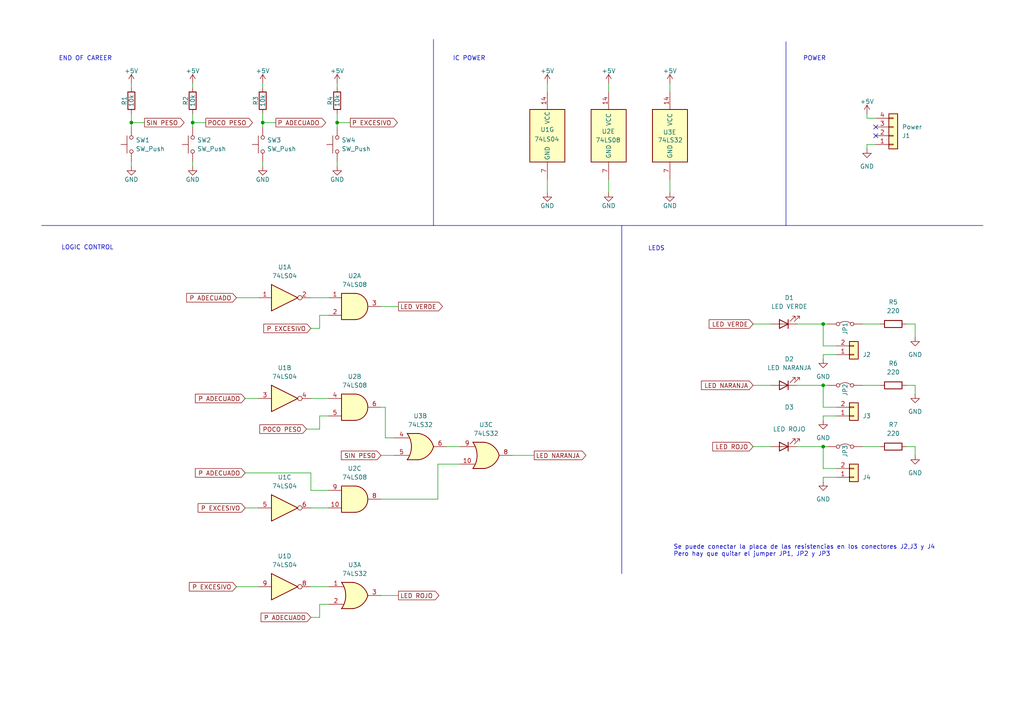
<source format=kicad_sch>
(kicad_sch (version 20231120) (generator "eeschema") (generator_version "8.0")
  (paper "A4")
  (title_block (title "Pisu Kontrol Erronka") (rev "A") (company "Don Bosco / I.Hernandez"))
  (lib_symbols
    (symbol "74xx:74LS04"
      (property "Reference" "U" (at 0 1.27 0))
      (property "Value" "74LS04" (at 0 -1.27 0))
      (symbol "74LS04_1_0"
        (polyline (pts (xy -3.81 3.81) (xy -3.81 -3.81) (xy 3.81 0) (xy -3.81 3.81)) (stroke (width 0.254)) (fill (type background)))
        (pin input line (at -7.62 0 0) (length 3.81) (name "~") (number "1"))
        (pin output inverted (at 7.62 0 180) (length 3.81) (name "~") (number "2"))
      )
      (symbol "74LS04_2_0"
        (polyline (pts (xy -3.81 3.81) (xy -3.81 -3.81) (xy 3.81 0) (xy -3.81 3.81)) (stroke (width 0.254)) (fill (type background)))
        (pin input line (at -7.62 0 0) (length 3.81) (name "~") (number "3"))
        (pin output inverted (at 7.62 0 180) (length 3.81) (name "~") (number "4"))
      )
      (symbol "74LS04_3_0"
        (polyline (pts (xy -3.81 3.81) (xy -3.81 -3.81) (xy 3.81 0) (xy -3.81 3.81)) (stroke (width 0.254)) (fill (type background)))
        (pin input line (at -7.62 0 0) (length 3.81) (name "~") (number "5"))
        (pin output inverted (at 7.62 0 180) (length 3.81) (name "~") (number "6"))
      )
      (symbol "74LS04_4_0"
        (polyline (pts (xy -3.81 3.81) (xy -3.81 -3.81) (xy 3.81 0) (xy -3.81 3.81)) (stroke (width 0.254)) (fill (type background)))
        (pin output inverted (at 7.62 0 180) (length 3.81) (name "~") (number "8"))
        (pin input line (at -7.62 0 0) (length 3.81) (name "~") (number "9"))
      )
      (symbol "74LS04_5_0"
        (polyline (pts (xy -3.81 3.81) (xy -3.81 -3.81) (xy 3.81 0) (xy -3.81 3.81)) (stroke (width 0.254)) (fill (type background)))
        (pin output inverted (at 7.62 0 180) (length 3.81) (name "~") (number "10"))
        (pin input line (at -7.62 0 0) (length 3.81) (name "~") (number "11"))
      )
      (symbol "74LS04_6_0"
        (polyline (pts (xy -3.81 3.81) (xy -3.81 -3.81) (xy 3.81 0) (xy -3.81 3.81)) (stroke (width 0.254)) (fill (type background)))
        (pin output inverted (at 7.62 0 180) (length 3.81) (name "~") (number "12"))
        (pin input line (at -7.62 0 0) (length 3.81) (name "~") (number "13"))
      )
      (symbol "74LS04_7_0"
        (pin power_in line (at 0 12.7 270) (length 5.08) (name "VCC") (number "14"))
        (pin power_in line (at 0 -12.7 90) (length 5.08) (name "GND") (number "7"))
      )
      (symbol "74LS04_7_1"
        (rectangle (start -5.08 7.62) (end 5.08 -7.62) (stroke (width 0.254)) (fill (type background)))
      )
    )
    (symbol "74xx:74LS08" (pin_names (offset 1.016))
      (property "Reference" "U" (at 0 1.27 0))
      (property "Value" "74LS08" (at 0 -1.27 0))
      (symbol "74LS08_1_1"
        (arc (start 0 -3.81) (mid 3.7934 0) (end 0 3.81) (stroke (width 0.254)) (fill (type background)))
        (polyline (pts (xy 0 3.81) (xy -3.81 3.81) (xy -3.81 -3.81) (xy 0 -3.81)) (stroke (width 0.254)) (fill (type background)))
        (pin input line (at -7.62 2.54 0) (length 3.81) (name "~") (number "1"))
        (pin input line (at -7.62 -2.54 0) (length 3.81) (name "~") (number "2"))
        (pin output line (at 7.62 0 180) (length 3.81) (name "~") (number "3"))
      )
      (symbol "74LS08_1_2"
        (arc (start -3.81 -3.81) (mid -2.589 0) (end -3.81 3.81) (stroke (width 0.254)))
        (arc (start -0.6096 -3.81) (mid 2.1842 -2.5851) (end 3.81 0) (stroke (width 0.254)) (fill (type background)))
        (polyline (pts (xy -3.81 -3.81) (xy -0.635 -3.81)) (stroke (width 0.254)) (fill (type background)))
        (polyline (pts (xy -3.81 3.81) (xy -0.635 3.81)) (stroke (width 0.254)) (fill (type background)))
        (polyline (pts (xy -0.635 3.81) (xy -3.81 3.81) (xy -3.81 3.81) (xy -3.556 3.4036) (xy -3.0226 2.2606) (xy -2.6924 1.0414) (xy -2.6162 -0.254) (xy -2.7686 -1.4986) (xy -3.175 -2.7178) (xy -3.81 -3.81) (xy -3.81 -3.81) (xy -0.635 -3.81)) (stroke (width -25.4)) (fill (type background)))
        (arc (start 3.81 0) (mid 2.1915 2.5936) (end -0.6096 3.81) (stroke (width 0.254)) (fill (type background)))
        (pin input inverted (at -7.62 2.54 0) (length 4.318) (name "~") (number "1"))
        (pin input inverted (at -7.62 -2.54 0) (length 4.318) (name "~") (number "2"))
        (pin output inverted (at 7.62 0 180) (length 3.81) (name "~") (number "3"))
      )
      (symbol "74LS08_2_1"
        (arc (start 0 -3.81) (mid 3.7934 0) (end 0 3.81) (stroke (width 0.254)) (fill (type background)))
        (polyline (pts (xy 0 3.81) (xy -3.81 3.81) (xy -3.81 -3.81) (xy 0 -3.81)) (stroke (width 0.254)) (fill (type background)))
        (pin input line (at -7.62 2.54 0) (length 3.81) (name "~") (number "4"))
        (pin input line (at -7.62 -2.54 0) (length 3.81) (name "~") (number "5"))
        (pin output line (at 7.62 0 180) (length 3.81) (name "~") (number "6"))
      )
      (symbol "74LS08_2_2"
        (arc (start -3.81 -3.81) (mid -2.589 0) (end -3.81 3.81) (stroke (width 0.254)))
        (arc (start -0.6096 -3.81) (mid 2.1842 -2.5851) (end 3.81 0) (stroke (width 0.254)) (fill (type background)))
        (polyline (pts (xy -3.81 -3.81) (xy -0.635 -3.81)) (stroke (width 0.254)) (fill (type background)))
        (polyline (pts (xy -3.81 3.81) (xy -0.635 3.81)) (stroke (width 0.254)) (fill (type background)))
        (polyline (pts (xy -0.635 3.81) (xy -3.81 3.81) (xy -3.81 3.81) (xy -3.556 3.4036) (xy -3.0226 2.2606) (xy -2.6924 1.0414) (xy -2.6162 -0.254) (xy -2.7686 -1.4986) (xy -3.175 -2.7178) (xy -3.81 -3.81) (xy -3.81 -3.81) (xy -0.635 -3.81)) (stroke (width -25.4)) (fill (type background)))
        (arc (start 3.81 0) (mid 2.1915 2.5936) (end -0.6096 3.81) (stroke (width 0.254)) (fill (type background)))
        (pin input inverted (at -7.62 2.54 0) (length 4.318) (name "~") (number "4"))
        (pin input inverted (at -7.62 -2.54 0) (length 4.318) (name "~") (number "5"))
        (pin output inverted (at 7.62 0 180) (length 3.81) (name "~") (number "6"))
      )
      (symbol "74LS08_3_1"
        (arc (start 0 -3.81) (mid 3.7934 0) (end 0 3.81) (stroke (width 0.254)) (fill (type background)))
        (polyline (pts (xy 0 3.81) (xy -3.81 3.81) (xy -3.81 -3.81) (xy 0 -3.81)) (stroke (width 0.254)) (fill (type background)))
        (pin input line (at -7.62 -2.54 0) (length 3.81) (name "~") (number "10"))
        (pin output line (at 7.62 0 180) (length 3.81) (name "~") (number "8"))
        (pin input line (at -7.62 2.54 0) (length 3.81) (name "~") (number "9"))
      )
      (symbol "74LS08_3_2"
        (arc (start -3.81 -3.81) (mid -2.589 0) (end -3.81 3.81) (stroke (width 0.254)))
        (arc (start -0.6096 -3.81) (mid 2.1842 -2.5851) (end 3.81 0) (stroke (width 0.254)) (fill (type background)))
        (polyline (pts (xy -3.81 -3.81) (xy -0.635 -3.81)) (stroke (width 0.254)) (fill (type background)))
        (polyline (pts (xy -3.81 3.81) (xy -0.635 3.81)) (stroke (width 0.254)) (fill (type background)))
        (polyline (pts (xy -0.635 3.81) (xy -3.81 3.81) (xy -3.81 3.81) (xy -3.556 3.4036) (xy -3.0226 2.2606) (xy -2.6924 1.0414) (xy -2.6162 -0.254) (xy -2.7686 -1.4986) (xy -3.175 -2.7178) (xy -3.81 -3.81) (xy -3.81 -3.81) (xy -0.635 -3.81)) (stroke (width -25.4)) (fill (type background)))
        (arc (start 3.81 0) (mid 2.1915 2.5936) (end -0.6096 3.81) (stroke (width 0.254)) (fill (type background)))
        (pin input inverted (at -7.62 -2.54 0) (length 4.318) (name "~") (number "10"))
        (pin output inverted (at 7.62 0 180) (length 3.81) (name "~") (number "8"))
        (pin input inverted (at -7.62 2.54 0) (length 4.318) (name "~") (number "9"))
      )
      (symbol "74LS08_4_1"
        (arc (start 0 -3.81) (mid 3.7934 0) (end 0 3.81) (stroke (width 0.254)) (fill (type background)))
        (polyline (pts (xy 0 3.81) (xy -3.81 3.81) (xy -3.81 -3.81) (xy 0 -3.81)) (stroke (width 0.254)) (fill (type background)))
        (pin output line (at 7.62 0 180) (length 3.81) (name "~") (number "11"))
        (pin input line (at -7.62 2.54 0) (length 3.81) (name "~") (number "12"))
        (pin input line (at -7.62 -2.54 0) (length 3.81) (name "~") (number "13"))
      )
      (symbol "74LS08_4_2"
        (arc (start -3.81 -3.81) (mid -2.589 0) (end -3.81 3.81) (stroke (width 0.254)))
        (arc (start -0.6096 -3.81) (mid 2.1842 -2.5851) (end 3.81 0) (stroke (width 0.254)) (fill (type background)))
        (polyline (pts (xy -3.81 -3.81) (xy -0.635 -3.81)) (stroke (width 0.254)) (fill (type background)))
        (polyline (pts (xy -3.81 3.81) (xy -0.635 3.81)) (stroke (width 0.254)) (fill (type background)))
        (polyline (pts (xy -0.635 3.81) (xy -3.81 3.81) (xy -3.81 3.81) (xy -3.556 3.4036) (xy -3.0226 2.2606) (xy -2.6924 1.0414) (xy -2.6162 -0.254) (xy -2.7686 -1.4986) (xy -3.175 -2.7178) (xy -3.81 -3.81) (xy -3.81 -3.81) (xy -0.635 -3.81)) (stroke (width -25.4)) (fill (type background)))
        (arc (start 3.81 0) (mid 2.1915 2.5936) (end -0.6096 3.81) (stroke (width 0.254)) (fill (type background)))
        (pin output inverted (at 7.62 0 180) (length 3.81) (name "~") (number "11"))
        (pin input inverted (at -7.62 2.54 0) (length 4.318) (name "~") (number "12"))
        (pin input inverted (at -7.62 -2.54 0) (length 4.318) (name "~") (number "13"))
      )
      (symbol "74LS08_5_0"
        (pin power_in line (at 0 12.7 270) (length 5.08) (name "VCC") (number "14"))
        (pin power_in line (at 0 -12.7 90) (length 5.08) (name "GND") (number "7"))
      )
      (symbol "74LS08_5_1"
        (rectangle (start -5.08 7.62) (end 5.08 -7.62) (stroke (width 0.254)) (fill (type background)))
      )
    )
    (symbol "74xx:74LS32" (pin_names (offset 1.016))
      (property "Reference" "U" (at 0 1.27 0))
      (property "Value" "74LS32" (at 0 -1.27 0))
      (symbol "74LS32_1_1"
        (arc (start -3.81 -3.81) (mid -2.589 0) (end -3.81 3.81) (stroke (width 0.254)))
        (arc (start -0.6096 -3.81) (mid 2.1842 -2.5851) (end 3.81 0) (stroke (width 0.254)) (fill (type background)))
        (polyline (pts (xy -3.81 -3.81) (xy -0.635 -3.81)) (stroke (width 0.254)) (fill (type background)))
        (polyline (pts (xy -3.81 3.81) (xy -0.635 3.81)) (stroke (width 0.254)) (fill (type background)))
        (polyline (pts (xy -0.635 3.81) (xy -3.81 3.81) (xy -3.81 3.81) (xy -3.556 3.4036) (xy -3.0226 2.2606) (xy -2.6924 1.0414) (xy -2.6162 -0.254) (xy -2.7686 -1.4986) (xy -3.175 -2.7178) (xy -3.81 -3.81) (xy -3.81 -3.81) (xy -0.635 -3.81)) (stroke (width -25.4)) (fill (type background)))
        (arc (start 3.81 0) (mid 2.1915 2.5936) (end -0.6096 3.81) (stroke (width 0.254)) (fill (type background)))
        (pin input line (at -7.62 2.54 0) (length 4.318) (name "~") (number "1"))
        (pin input line (at -7.62 -2.54 0) (length 4.318) (name "~") (number "2"))
        (pin output line (at 7.62 0 180) (length 3.81) (name "~") (number "3"))
      )
      (symbol "74LS32_1_2"
        (arc (start 0 -3.81) (mid 3.7934 0) (end 0 3.81) (stroke (width 0.254)) (fill (type background)))
        (polyline (pts (xy 0 3.81) (xy -3.81 3.81) (xy -3.81 -3.81) (xy 0 -3.81)) (stroke (width 0.254)) (fill (type background)))
        (pin input inverted (at -7.62 2.54 0) (length 3.81) (name "~") (number "1"))
        (pin input inverted (at -7.62 -2.54 0) (length 3.81) (name "~") (number "2"))
        (pin output inverted (at 7.62 0 180) (length 3.81) (name "~") (number "3"))
      )
      (symbol "74LS32_2_1"
        (arc (start -3.81 -3.81) (mid -2.589 0) (end -3.81 3.81) (stroke (width 0.254)))
        (arc (start -0.6096 -3.81) (mid 2.1842 -2.5851) (end 3.81 0) (stroke (width 0.254)) (fill (type background)))
        (polyline (pts (xy -3.81 -3.81) (xy -0.635 -3.81)) (stroke (width 0.254)) (fill (type background)))
        (polyline (pts (xy -3.81 3.81) (xy -0.635 3.81)) (stroke (width 0.254)) (fill (type background)))
        (polyline (pts (xy -0.635 3.81) (xy -3.81 3.81) (xy -3.81 3.81) (xy -3.556 3.4036) (xy -3.0226 2.2606) (xy -2.6924 1.0414) (xy -2.6162 -0.254) (xy -2.7686 -1.4986) (xy -3.175 -2.7178) (xy -3.81 -3.81) (xy -3.81 -3.81) (xy -0.635 -3.81)) (stroke (width -25.4)) (fill (type background)))
        (arc (start 3.81 0) (mid 2.1915 2.5936) (end -0.6096 3.81) (stroke (width 0.254)) (fill (type background)))
        (pin input line (at -7.62 2.54 0) (length 4.318) (name "~") (number "4"))
        (pin input line (at -7.62 -2.54 0) (length 4.318) (name "~") (number "5"))
        (pin output line (at 7.62 0 180) (length 3.81) (name "~") (number "6"))
      )
      (symbol "74LS32_2_2"
        (arc (start 0 -3.81) (mid 3.7934 0) (end 0 3.81) (stroke (width 0.254)) (fill (type background)))
        (polyline (pts (xy 0 3.81) (xy -3.81 3.81) (xy -3.81 -3.81) (xy 0 -3.81)) (stroke (width 0.254)) (fill (type background)))
        (pin input inverted (at -7.62 2.54 0) (length 3.81) (name "~") (number "4"))
        (pin input inverted (at -7.62 -2.54 0) (length 3.81) (name "~") (number "5"))
        (pin output inverted (at 7.62 0 180) (length 3.81) (name "~") (number "6"))
      )
      (symbol "74LS32_3_1"
        (arc (start -3.81 -3.81) (mid -2.589 0) (end -3.81 3.81) (stroke (width 0.254)))
        (arc (start -0.6096 -3.81) (mid 2.1842 -2.5851) (end 3.81 0) (stroke (width 0.254)) (fill (type background)))
        (polyline (pts (xy -3.81 -3.81) (xy -0.635 -3.81)) (stroke (width 0.254)) (fill (type background)))
        (polyline (pts (xy -3.81 3.81) (xy -0.635 3.81)) (stroke (width 0.254)) (fill (type background)))
        (polyline (pts (xy -0.635 3.81) (xy -3.81 3.81) (xy -3.81 3.81) (xy -3.556 3.4036) (xy -3.0226 2.2606) (xy -2.6924 1.0414) (xy -2.6162 -0.254) (xy -2.7686 -1.4986) (xy -3.175 -2.7178) (xy -3.81 -3.81) (xy -3.81 -3.81) (xy -0.635 -3.81)) (stroke (width -25.4)) (fill (type background)))
        (arc (start 3.81 0) (mid 2.1915 2.5936) (end -0.6096 3.81) (stroke (width 0.254)) (fill (type background)))
        (pin input line (at -7.62 -2.54 0) (length 4.318) (name "~") (number "10"))
        (pin output line (at 7.62 0 180) (length 3.81) (name "~") (number "8"))
        (pin input line (at -7.62 2.54 0) (length 4.318) (name "~") (number "9"))
      )
      (symbol "74LS32_3_2"
        (arc (start 0 -3.81) (mid 3.7934 0) (end 0 3.81) (stroke (width 0.254)) (fill (type background)))
        (polyline (pts (xy 0 3.81) (xy -3.81 3.81) (xy -3.81 -3.81) (xy 0 -3.81)) (stroke (width 0.254)) (fill (type background)))
        (pin input inverted (at -7.62 -2.54 0) (length 3.81) (name "~") (number "10"))
        (pin output inverted (at 7.62 0 180) (length 3.81) (name "~") (number "8"))
        (pin input inverted (at -7.62 2.54 0) (length 3.81) (name "~") (number "9"))
      )
      (symbol "74LS32_4_1"
        (arc (start -3.81 -3.81) (mid -2.589 0) (end -3.81 3.81) (stroke (width 0.254)))
        (arc (start -0.6096 -3.81) (mid 2.1842 -2.5851) (end 3.81 0) (stroke (width 0.254)) (fill (type background)))
        (polyline (pts (xy -3.81 -3.81) (xy -0.635 -3.81)) (stroke (width 0.254)) (fill (type background)))
        (polyline (pts (xy -3.81 3.81) (xy -0.635 3.81)) (stroke (width 0.254)) (fill (type background)))
        (polyline (pts (xy -0.635 3.81) (xy -3.81 3.81) (xy -3.81 3.81) (xy -3.556 3.4036) (xy -3.0226 2.2606) (xy -2.6924 1.0414) (xy -2.6162 -0.254) (xy -2.7686 -1.4986) (xy -3.175 -2.7178) (xy -3.81 -3.81) (xy -3.81 -3.81) (xy -0.635 -3.81)) (stroke (width -25.4)) (fill (type background)))
        (arc (start 3.81 0) (mid 2.1915 2.5936) (end -0.6096 3.81) (stroke (width 0.254)) (fill (type background)))
        (pin output line (at 7.62 0 180) (length 3.81) (name "~") (number "11"))
        (pin input line (at -7.62 2.54 0) (length 4.318) (name "~") (number "12"))
        (pin input line (at -7.62 -2.54 0) (length 4.318) (name "~") (number "13"))
      )
      (symbol "74LS32_4_2"
        (arc (start 0 -3.81) (mid 3.7934 0) (end 0 3.81) (stroke (width 0.254)) (fill (type background)))
        (polyline (pts (xy 0 3.81) (xy -3.81 3.81) (xy -3.81 -3.81) (xy 0 -3.81)) (stroke (width 0.254)) (fill (type background)))
        (pin output inverted (at 7.62 0 180) (length 3.81) (name "~") (number "11"))
        (pin input inverted (at -7.62 2.54 0) (length 3.81) (name "~") (number "12"))
        (pin input inverted (at -7.62 -2.54 0) (length 3.81) (name "~") (number "13"))
      )
      (symbol "74LS32_5_0"
        (pin power_in line (at 0 12.7 270) (length 5.08) (name "VCC") (number "14"))
        (pin power_in line (at 0 -12.7 90) (length 5.08) (name "GND") (number "7"))
      )
      (symbol "74LS32_5_1"
        (rectangle (start -5.08 7.62) (end 5.08 -7.62) (stroke (width 0.254)) (fill (type background)))
      )
    )
    (symbol "Connector_Generic:Conn_01x02" (pin_names (offset 1.016) hide)
      (property "Reference" "J" (at 0 2.54 0))
      (property "Value" "Conn_01x02" (at 0 -5.08 0))
      (symbol "Conn_01x02_1_1"
        (rectangle (start -1.27 -2.413) (end 0 -2.667) (stroke (width 0.1524)))
        (rectangle (start -1.27 0.127) (end 0 -0.127) (stroke (width 0.1524)))
        (rectangle (start -1.27 1.27) (end 1.27 -3.81) (stroke (width 0.254)) (fill (type background)))
        (pin passive line (at -5.08 0 0) (length 3.81) (name "Pin_1") (number "1"))
        (pin passive line (at -5.08 -2.54 0) (length 3.81) (name "Pin_2") (number "2"))
      )
    )
    (symbol "Connector_Generic:Conn_01x04" (pin_names (offset 1.016) hide)
      (property "Reference" "J" (at 0 5.08 0))
      (property "Value" "Conn_01x04" (at 0 -7.62 0))
      (symbol "Conn_01x04_1_1"
        (rectangle (start -1.27 -4.953) (end 0 -5.207) (stroke (width 0.1524)))
        (rectangle (start -1.27 -2.413) (end 0 -2.667) (stroke (width 0.1524)))
        (rectangle (start -1.27 0.127) (end 0 -0.127) (stroke (width 0.1524)))
        (rectangle (start -1.27 2.667) (end 0 2.413) (stroke (width 0.1524)))
        (rectangle (start -1.27 3.81) (end 1.27 -6.35) (stroke (width 0.254)) (fill (type background)))
        (pin passive line (at -5.08 2.54 0) (length 3.81) (name "Pin_1") (number "1"))
        (pin passive line (at -5.08 0 0) (length 3.81) (name "Pin_2") (number "2"))
        (pin passive line (at -5.08 -2.54 0) (length 3.81) (name "Pin_3") (number "3"))
        (pin passive line (at -5.08 -5.08 0) (length 3.81) (name "Pin_4") (number "4"))
      )
    )
    (symbol "Device:LED" (pin_numbers hide) (pin_names (offset 1.016) hide)
      (property "Reference" "D" (at 0 2.54 0))
      (property "Value" "LED" (at 0 -2.54 0))
      (symbol "LED_0_1"
        (polyline (pts (xy -1.27 -1.27) (xy -1.27 1.27)) (stroke (width 0.254)))
        (polyline (pts (xy -1.27 0) (xy 1.27 0)))
        (polyline (pts (xy 1.27 -1.27) (xy 1.27 1.27) (xy -1.27 0) (xy 1.27 -1.27)) (stroke (width 0.254)))
        (polyline (pts (xy -3.048 -0.762) (xy -4.572 -2.286) (xy -3.81 -2.286) (xy -4.572 -2.286) (xy -4.572 -1.524)))
        (polyline (pts (xy -1.778 -0.762) (xy -3.302 -2.286) (xy -2.54 -2.286) (xy -3.302 -2.286) (xy -3.302 -1.524)))
      )
      (symbol "LED_1_1"
        (pin passive line (at -3.81 0 0) (length 2.54) (name "K") (number "1"))
        (pin passive line (at 3.81 0 180) (length 2.54) (name "A") (number "2"))
      )
    )
    (symbol "Device:R" (pin_numbers hide) (pin_names (offset 0))
      (property "Reference" "R" (at 2.032 0 90))
      (property "Value" "R" (at 0 0 90))
      (symbol "R_0_1"
        (rectangle (start -1.016 -2.54) (end 1.016 2.54) (stroke (width 0.254)))
      )
      (symbol "R_1_1"
        (pin passive line (at 0 3.81 270) (length 1.27) (name "~") (number "1"))
        (pin passive line (at 0 -3.81 90) (length 1.27) (name "~") (number "2"))
      )
    )
    (symbol "Jumper:Jumper_2_Bridged" (pin_numbers hide) (pin_names (offset 0) hide) (exclude_from_sim yes)
      (property "Reference" "JP" (at 0 1.905 0))
      (property "Value" "Jumper_2_Bridged" (at 0 -2.54 0))
      (symbol "Jumper_2_Bridged_0_0"
        (circle (center -2.032 0) (radius 0.508))
        (circle (center 2.032 0) (radius 0.508))
      )
      (symbol "Jumper_2_Bridged_0_1"
        (arc (start 1.524 0.254) (mid 0 0.762) (end -1.524 0.254))
      )
      (symbol "Jumper_2_Bridged_1_1"
        (pin passive line (at -5.08 0 0) (length 2.54) (name "A") (number "1"))
        (pin passive line (at 5.08 0 180) (length 2.54) (name "B") (number "2"))
      )
    )
    (symbol "Main_board-rescue:+5V" (power) (pin_names (offset 0))
      (property "Value" "+5V" (at 0 3.556 0))
      (symbol "+5V_0_1"
        (polyline (pts (xy -0.762 1.27) (xy 0 2.54)))
        (polyline (pts (xy 0 0) (xy 0 2.54)))
        (polyline (pts (xy 0 2.54) (xy 0.762 1.27)))
      )
      (symbol "+5V_1_1"
        (pin power_in line (at 0 0 90) (length 0) hide (name "+5V") (number "1"))
      )
    )
    (symbol "Main_board-rescue:GND" (power) (pin_names (offset 0))
      (property "Value" "GND" (at 0 -3.81 0))
      (symbol "GND_0_1"
        (polyline (pts (xy 0 0) (xy 0 -1.27) (xy 1.27 -1.27) (xy 0 -2.54) (xy -1.27 -1.27) (xy 0 -1.27)))
      )
      (symbol "GND_1_1"
        (pin power_in line (at 0 0 270) (length 0) hide (name "GND") (number "1"))
      )
    )
    (symbol "Main_board-rescue:R" (pin_numbers hide) (pin_names (offset 0))
      (property "Reference" "R" (at 2.032 0 90))
      (property "Value" "R" (at 0 0 90))
      (symbol "R_0_1"
        (rectangle (start -1.016 -2.54) (end 1.016 2.54) (stroke (width 0.254)))
      )
      (symbol "R_1_1"
        (pin passive line (at 0 3.81 270) (length 1.27) (name "~") (number "1"))
        (pin passive line (at 0 -3.81 90) (length 1.27) (name "~") (number "2"))
      )
    )
    (symbol "Switch:SW_Push" (pin_numbers hide) (pin_names (offset 1.016) hide)
      (property "Reference" "SW" (at 1.27 2.54 0))
      (property "Value" "SW_Push" (at 0 -1.524 0))
      (symbol "SW_Push_0_1"
        (circle (center -2.032 0) (radius 0.508))
        (polyline (pts (xy 0 1.27) (xy 0 3.048)))
        (polyline (pts (xy 2.54 1.27) (xy -2.54 1.27)))
        (circle (center 2.032 0) (radius 0.508))
        (pin passive line (at -5.08 0 0) (length 2.54) (name "1") (number "1"))
        (pin passive line (at 5.08 0 180) (length 2.54) (name "2") (number "2"))
      )
    )
    (symbol "power:GND" (power) (pin_numbers hide) (pin_names (offset 0) hide)
      (property "Value" "GND" (at 0 -3.81 0))
      (symbol "GND_0_1"
        (polyline (pts (xy 0 0) (xy 0 -1.27) (xy 1.27 -1.27) (xy 0 -2.54) (xy -1.27 -1.27) (xy 0 -1.27)))
      )
      (symbol "GND_1_1"
        (pin power_in line (at 0 0 270) (length 0) (name "~") (number "1"))
      )
    )
  )
  (junction (at 76.2 35.56))
  (junction (at 55.88 35.56))
  (junction (at 238.76 111.76))
  (junction (at 238.76 129.54))
  (junction (at 38.1 35.56))
  (junction (at 97.79 35.56))
  (junction (at 238.76 93.98))
  (no_connect (at 254 36.83))
  (no_connect (at 254 39.37))
  (polyline (pts (xy 227.965 65.405) (xy 285.115 65.405)))
  (wire (pts (xy 92.71 124.46) (xy 92.71 120.65)))
  (wire (pts (xy 238.76 129.54) (xy 240.03 129.54)))
  (wire (pts (xy 110.49 132.08) (xy 114.3 132.08)))
  (wire (pts (xy 238.76 138.43) (xy 238.76 139.7)))
  (wire (pts (xy 251.46 41.91) (xy 251.46 43.18)))
  (wire (pts (xy 148.59 132.08) (xy 154.94 132.08)))
  (wire (pts (xy 92.71 179.07) (xy 90.17 179.07)))
  (wire (pts (xy 251.46 41.91) (xy 254 41.91)))
  (wire (pts (xy 218.44 111.76) (xy 223.52 111.76)))
  (wire (pts (xy 38.1 35.56) (xy 38.1 36.83)))
  (wire (pts (xy 76.2 35.56) (xy 80.01 35.56)))
  (wire (pts (xy 127 144.78) (xy 127 134.62)))
  (wire (pts (xy 176.53 52.07) (xy 176.53 55.88)))
  (polyline (pts (xy 180.34 65.405) (xy 180.34 166.37)))
  (wire (pts (xy 194.31 24.13) (xy 194.31 26.67)))
  (wire (pts (xy 251.46 33.02) (xy 251.46 34.29)))
  (wire (pts (xy 238.76 100.33) (xy 238.76 93.98)))
  (wire (pts (xy 176.53 24.13) (xy 176.53 26.67)))
  (wire (pts (xy 238.76 138.43) (xy 242.57 138.43)))
  (wire (pts (xy 55.88 35.56) (xy 55.88 36.83)))
  (wire (pts (xy 251.46 34.29) (xy 254 34.29)))
  (polyline (pts (xy 125.73 65.405) (xy 227.965 65.405)))
  (wire (pts (xy 38.1 33.02) (xy 38.1 35.56)))
  (wire (pts (xy 194.31 52.07) (xy 194.31 55.88)))
  (wire (pts (xy 158.75 24.13) (xy 158.75 26.67)))
  (wire (pts (xy 90.17 137.16) (xy 90.17 142.24)))
  (wire (pts (xy 110.49 144.78) (xy 127 144.78)))
  (wire (pts (xy 238.76 93.98) (xy 240.03 93.98)))
  (polyline (pts (xy 125.73 11.43) (xy 125.73 65.405)))
  (wire (pts (xy 71.12 137.16) (xy 90.17 137.16)))
  (wire (pts (xy 127 134.62) (xy 133.35 134.62)))
  (wire (pts (xy 76.2 35.56) (xy 76.2 36.83)))
  (wire (pts (xy 38.1 24.13) (xy 38.1 25.4)))
  (wire (pts (xy 238.76 120.65) (xy 238.76 121.92)))
  (wire (pts (xy 231.14 129.54) (xy 238.76 129.54)))
  (wire (pts (xy 110.49 118.11) (xy 111.76 118.11)))
  (wire (pts (xy 218.44 129.54) (xy 223.52 129.54)))
  (wire (pts (xy 92.71 120.65) (xy 95.25 120.65)))
  (wire (pts (xy 95.25 91.44) (xy 92.71 91.44)))
  (wire (pts (xy 250.19 93.98) (xy 255.27 93.98)))
  (wire (pts (xy 238.76 120.65) (xy 242.57 120.65)))
  (wire (pts (xy 92.71 95.25) (xy 90.17 95.25)))
  (wire (pts (xy 97.79 35.56) (xy 101.6 35.56)))
  (polyline (pts (xy 12.065 65.405) (xy 125.73 65.405)))
  (wire (pts (xy 265.43 111.76) (xy 265.43 114.3)))
  (wire (pts (xy 97.79 46.99) (xy 97.79 48.26)))
  (wire (pts (xy 250.19 129.54) (xy 255.27 129.54)))
  (wire (pts (xy 129.54 129.54) (xy 133.35 129.54)))
  (wire (pts (xy 231.14 111.76) (xy 238.76 111.76)))
  (wire (pts (xy 90.17 147.32) (xy 95.25 147.32)))
  (wire (pts (xy 262.89 93.98) (xy 265.43 93.98)))
  (wire (pts (xy 55.88 35.56) (xy 59.69 35.56)))
  (wire (pts (xy 250.19 111.76) (xy 255.27 111.76)))
  (wire (pts (xy 92.71 175.26) (xy 95.25 175.26)))
  (wire (pts (xy 238.76 135.89) (xy 238.76 129.54)))
  (wire (pts (xy 68.58 86.36) (xy 74.93 86.36)))
  (wire (pts (xy 55.88 24.13) (xy 55.88 25.4)))
  (wire (pts (xy 92.71 175.26) (xy 92.71 179.07)))
  (wire (pts (xy 111.76 127) (xy 114.3 127)))
  (wire (pts (xy 265.43 93.98) (xy 265.43 97.79)))
  (wire (pts (xy 238.76 100.33) (xy 242.57 100.33)))
  (wire (pts (xy 238.76 102.87) (xy 238.76 104.14)))
  (wire (pts (xy 238.76 118.11) (xy 242.57 118.11)))
  (wire (pts (xy 238.76 118.11) (xy 238.76 111.76)))
  (wire (pts (xy 92.71 91.44) (xy 92.71 95.25)))
  (wire (pts (xy 71.12 115.57) (xy 74.93 115.57)))
  (wire (pts (xy 238.76 135.89) (xy 242.57 135.89)))
  (wire (pts (xy 38.1 46.99) (xy 38.1 48.26)))
  (wire (pts (xy 111.76 118.11) (xy 111.76 127)))
  (wire (pts (xy 110.49 172.72) (xy 115.57 172.72)))
  (wire (pts (xy 38.1 35.56) (xy 41.91 35.56)))
  (wire (pts (xy 110.49 88.9) (xy 115.57 88.9)))
  (wire (pts (xy 158.75 52.07) (xy 158.75 55.88)))
  (wire (pts (xy 55.88 33.02) (xy 55.88 35.56)))
  (wire (pts (xy 262.89 129.54) (xy 265.43 129.54)))
  (wire (pts (xy 97.79 24.13) (xy 97.79 25.4)))
  (wire (pts (xy 262.89 111.76) (xy 265.43 111.76)))
  (wire (pts (xy 55.88 46.99) (xy 55.88 48.26)))
  (wire (pts (xy 97.79 35.56) (xy 97.79 36.83)))
  (wire (pts (xy 238.76 111.76) (xy 240.03 111.76)))
  (wire (pts (xy 76.2 46.99) (xy 76.2 48.26)))
  (wire (pts (xy 68.58 170.18) (xy 74.93 170.18)))
  (wire (pts (xy 88.9 124.46) (xy 92.71 124.46)))
  (wire (pts (xy 265.43 129.54) (xy 265.43 132.08)))
  (wire (pts (xy 76.2 33.02) (xy 76.2 35.56)))
  (wire (pts (xy 218.44 93.98) (xy 223.52 93.98)))
  (wire (pts (xy 90.17 115.57) (xy 95.25 115.57)))
  (wire (pts (xy 90.17 86.36) (xy 95.25 86.36)))
  (wire (pts (xy 238.76 102.87) (xy 242.57 102.87)))
  (wire (pts (xy 90.17 142.24) (xy 95.25 142.24)))
  (wire (pts (xy 97.79 33.02) (xy 97.79 35.56)))
  (wire (pts (xy 90.17 170.18) (xy 95.25 170.18)))
  (wire (pts (xy 71.12 147.32) (xy 74.93 147.32)))
  (wire (pts (xy 76.2 24.13) (xy 76.2 25.4)))
  (polyline (pts (xy 227.965 12.065) (xy 227.965 65.405)))
  (wire (pts (xy 231.14 93.98) (xy 238.76 93.98)))
  (text "Se puede conectar la placa de las resistencias en los conectores J2,J3 y J4 \nPero hay que quitar el jumper JP1, JP2 y JP3" (at 195.326 159.766 0) (effects (font (size 1.27 1.27)) (justify left)))
  (text "LEDS\n" (at 187.96 72.898 0) (effects (font (size 1.27 1.27)) (justify left bottom)))
  (text "IC POWER\n" (at 131.318 17.78 0) (effects (font (size 1.27 1.27)) (justify left bottom)))
  (text "POWER\n" (at 232.918 17.78 0) (effects (font (size 1.27 1.27)) (justify left bottom)))
  (text "LOGIC CONTROL" (at 17.78 72.644 0) (effects (font (size 1.27 1.27)) (justify left bottom)))
  (text "END OF CAREER" (at 17.018 17.78 0) (effects (font (size 1.27 1.27)) (justify left bottom)))
  (global_label "P EXCESIVO" (shape output) (at 101.6 35.56 0) (property "Intersheetrefs" "${INTERSHEET_REFS}" (effects (hide yes))))
  (global_label "LED VERDE" (shape output) (at 115.57 88.9 0) (property "Intersheetrefs" "${INTERSHEET_REFS}" (effects (hide yes))))
  (global_label "POCO PESO" (shape input) (at 88.9 124.46 180) (property "Intersheetrefs" "${INTERSHEET_REFS}" (effects (hide yes))))
  (global_label "LED NARANJA" (shape input) (at 218.44 111.76 180) (property "Intersheetrefs" "${INTERSHEET_REFS}" (effects (hide yes))))
  (global_label "P EXCESIVO" (shape input) (at 90.17 95.25 180) (property "Intersheetrefs" "${INTERSHEET_REFS}" (effects (hide yes))))
  (global_label "SIN PESO" (shape output) (at 41.91 35.56 0) (property "Intersheetrefs" "${INTERSHEET_REFS}" (effects (hide yes))))
  (global_label "SIN PESO" (shape input) (at 110.49 132.08 180) (property "Intersheetrefs" "${INTERSHEET_REFS}" (effects (hide yes))))
  (global_label "P ADECUADO" (shape output) (at 80.01 35.56 0) (property "Intersheetrefs" "${INTERSHEET_REFS}" (effects (hide yes))))
  (global_label "LED NARANJA" (shape output) (at 154.94 132.08 0) (property "Intersheetrefs" "${INTERSHEET_REFS}" (effects (hide yes))))
  (global_label "POCO PESO" (shape output) (at 59.69 35.56 0) (property "Intersheetrefs" "${INTERSHEET_REFS}" (effects (hide yes))))
  (global_label "P EXCESIVO" (shape input) (at 71.12 147.32 180) (property "Intersheetrefs" "${INTERSHEET_REFS}" (effects (hide yes))))
  (global_label "P ADECUADO" (shape input) (at 90.17 179.07 180) (property "Intersheetrefs" "${INTERSHEET_REFS}" (effects (hide yes))))
  (global_label "LED ROJO" (shape input) (at 218.44 129.54 180) (property "Intersheetrefs" "${INTERSHEET_REFS}" (effects (hide yes))))
  (global_label "P ADECUADO" (shape input) (at 68.58 86.36 180) (property "Intersheetrefs" "${INTERSHEET_REFS}" (effects (hide yes))))
  (global_label "P ADECUADO" (shape input) (at 71.12 115.57 180) (property "Intersheetrefs" "${INTERSHEET_REFS}" (effects (hide yes))))
  (global_label "P ADECUADO" (shape input) (at 71.12 137.16 180) (property "Intersheetrefs" "${INTERSHEET_REFS}" (effects (hide yes))))
  (global_label "LED VERDE" (shape input) (at 218.44 93.98 180) (property "Intersheetrefs" "${INTERSHEET_REFS}" (effects (hide yes))))
  (global_label "P EXCESIVO" (shape input) (at 68.58 170.18 180) (property "Intersheetrefs" "${INTERSHEET_REFS}" (effects (hide yes))))
  (global_label "LED ROJO" (shape output) (at 115.57 172.72 0) (property "Intersheetrefs" "${INTERSHEET_REFS}" (effects (hide yes))))
  (symbol (lib_id "Main_board-rescue:GND") (at 176.53 55.88 0) (unit 1)
    (property "Reference" "#PWR018" (effects (hide yes)))
    (property "Value" "GND" (at 176.53 59.69 0))
  )
  (symbol (lib_id "power:GND") (at 238.76 104.14 0) (unit 1)
    (property "Reference" "#PWR022" (effects (hide yes)))
    (property "Value" "GND" (at 238.76 109.22 0))
    (property "Description" "Power symbol creates a global label with name \"GND\" , ground" (effects (hide yes)))
  )
  (symbol (lib_id "Main_board-rescue:+5V") (at 38.1 24.13 0) (unit 1)
    (property "Reference" "#PWR09" (effects (hide yes)))
    (property "Value" "+5V" (at 38.1 20.574 0))
  )
  (symbol (lib_id "74xx:74LS08") (at 102.87 118.11 0) (unit 2)
    (property "Reference" "U2" (at 102.8617 109.22 0))
    (property "Value" "74LS08" (at 102.8617 111.76 0))
    (property "Footprint" "Package_DIP:DIP-14_W7.62mm" (effects (hide yes)))
    (property "Datasheet" "http://www.ti.com/lit/gpn/sn74LS08" (effects (hide yes)))
    (property "Description" "Quad And2" (effects (hide yes)))
  )
  (symbol (lib_id "74xx:74LS08") (at 176.53 39.37 0) (unit 5)
    (property "Reference" "U2" (at 174.498 38.1 0) (effects (justify left)))
    (property "Value" "74LS08" (at 172.72 40.64 0) (effects (justify left)))
    (property "Footprint" "Package_DIP:DIP-14_W7.62mm" (effects (hide yes)))
    (property "Datasheet" "http://www.ti.com/lit/gpn/sn74LS08" (effects (hide yes)))
    (property "Description" "Quad And2" (effects (hide yes)))
  )
  (symbol (lib_id "Switch:SW_Push") (at 97.79 41.91 90) (unit 1)
    (property "Reference" "SW4" (at 99.06 40.6399 90) (effects (justify right)))
    (property "Value" "SW_Push" (at 99.06 43.1799 90) (effects (justify right)))
    (property "Footprint" "Button_Switch_THT:SW_PUSH-12mm" (effects (hide yes)))
  )
  (symbol (lib_id "Jumper:Jumper_2_Bridged") (at 245.11 93.98 0) (unit 1) (exclude_from_sim yes)
    (property "Reference" "JP1" (at 245.11 93.472 90) (effects (justify right)))
    (property "Value" "Jumper_2_Bridged" (effects (hide yes)))
    (property "Footprint" "Connector_PinHeader_2.54mm:PinHeader_1x02_P2.54mm_Vertical" (effects (hide yes)))
    (property "Description" "Jumper, 2-pole, closed/bridged" (effects (hide yes)))
  )
  (symbol (lib_id "Main_board-rescue:R") (at 76.2 29.21 180) (unit 1)
    (property "Reference" "R3" (at 74.168 29.21 90))
    (property "Value" "10k" (at 76.2 29.21 90))
    (property "Footprint" "Resistor_THT:R_Axial_DIN0207_L6.3mm_D2.5mm_P10.16mm_Horizontal" (effects (hide yes)))
  )
  (symbol (lib_id "power:GND") (at 238.76 121.92 0) (unit 1)
    (property "Reference" "#PWR021" (effects (hide yes)))
    (property "Value" "GND" (at 238.76 127 0))
    (property "Description" "Power symbol creates a global label with name \"GND\" , ground" (effects (hide yes)))
  )
  (symbol (lib_id "Connector_Generic:Conn_01x02") (at 247.65 120.65 0) (mirror x) (unit 1)
    (property "Reference" "J3" (at 250.19 120.6501 0) (effects (justify left)))
    (property "Value" "Conn_01x02" (effects (hide yes)))
    (property "Footprint" "Connector_PinHeader_2.54mm:PinHeader_1x02_P2.54mm_Vertical" (effects (hide yes)))
    (property "Description" "Generic connector, single row, 01x02, script generated (kicad-library-utils/schlib/autogen/connector/)" (effects (hide yes)))
  )
  (symbol (lib_id "Jumper:Jumper_2_Bridged") (at 245.11 129.54 0) (unit 1) (exclude_from_sim yes)
    (property "Reference" "JP3" (at 245.11 129.032 90) (effects (justify right)))
    (property "Value" "Jumper_2_Bridged" (effects (hide yes)))
    (property "Footprint" "Connector_PinHeader_2.54mm:PinHeader_1x02_P2.54mm_Vertical" (effects (hide yes)))
    (property "Description" "Jumper, 2-pole, closed/bridged" (effects (hide yes)))
  )
  (symbol (lib_id "Connector_Generic:Conn_01x02") (at 247.65 102.87 0) (mirror x) (unit 1)
    (property "Reference" "J2" (at 250.19 102.8701 0) (effects (justify left)))
    (property "Value" "Conn_01x02" (effects (hide yes)))
    (property "Footprint" "Connector_PinHeader_2.54mm:PinHeader_1x02_P2.54mm_Vertical" (effects (hide yes)))
    (property "Description" "Generic connector, single row, 01x02, script generated (kicad-library-utils/schlib/autogen/connector/)" (effects (hide yes)))
  )
  (symbol (lib_id "Jumper:Jumper_2_Bridged") (at 245.11 111.76 0) (unit 1) (exclude_from_sim yes)
    (property "Reference" "JP2" (at 245.11 111.252 90) (effects (justify right)))
    (property "Value" "Jumper_2_Bridged" (effects (hide yes)))
    (property "Footprint" "Connector_PinHeader_2.54mm:PinHeader_1x02_P2.54mm_Vertical" (effects (hide yes)))
    (property "Description" "Jumper, 2-pole, closed/bridged" (effects (hide yes)))
  )
  (symbol (lib_id "Device:R") (at 259.08 129.54 90) (unit 1)
    (property "Reference" "R7" (at 259.08 123.19 90))
    (property "Value" "220" (at 259.08 125.73 90))
    (property "Footprint" "Resistor_THT:R_Axial_DIN0207_L6.3mm_D2.5mm_P10.16mm_Horizontal" (effects (hide yes)))
    (property "Description" "Resistor" (effects (hide yes)))
  )
  (symbol (lib_id "Main_board-rescue:+5V") (at 251.46 33.02 0) (unit 1)
    (property "Reference" "#PWR01" (effects (hide yes)))
    (property "Value" "+5V" (at 251.46 29.464 0))
  )
  (symbol (lib_id "Switch:SW_Push") (at 38.1 41.91 90) (unit 1)
    (property "Reference" "SW1" (at 39.37 40.6399 90) (effects (justify right)))
    (property "Value" "SW_Push" (at 39.37 43.1799 90) (effects (justify right)))
    (property "Footprint" "Button_Switch_THT:SW_PUSH-12mm" (effects (hide yes)))
  )
  (symbol (lib_id "Main_board-rescue:+5V") (at 176.53 24.13 0) (unit 1)
    (property "Reference" "#PWR016" (effects (hide yes)))
    (property "Value" "+5V" (at 176.53 20.574 0))
  )
  (symbol (lib_id "74xx:74LS04") (at 82.55 115.57 0) (unit 2)
    (property "Reference" "U1" (at 82.55 106.68 0))
    (property "Value" "74LS04" (at 82.55 109.22 0))
    (property "Footprint" "Package_DIP:DIP-14_W7.62mm" (effects (hide yes)))
    (property "Datasheet" "http://www.ti.com/lit/gpn/sn74LS04" (effects (hide yes)))
    (property "Description" "Hex Inverter" (effects (hide yes)))
  )
  (symbol (lib_id "Main_board-rescue:+5V") (at 97.79 24.13 0) (unit 1)
    (property "Reference" "#PWR07" (effects (hide yes)))
    (property "Value" "+5V" (at 97.79 20.574 0))
  )
  (symbol (lib_id "power:GND") (at 265.43 114.3 0) (unit 1)
    (property "Reference" "#PWR012" (effects (hide yes)))
    (property "Value" "GND" (at 265.43 119.38 0))
    (property "Description" "Power symbol creates a global label with name \"GND\" , ground" (effects (hide yes)))
  )
  (symbol (lib_id "Main_board-rescue:+5V") (at 194.31 24.13 0) (unit 1)
    (property "Reference" "#PWR017" (effects (hide yes)))
    (property "Value" "+5V" (at 194.31 20.574 0))
  )
  (symbol (lib_id "Main_board-rescue:GND") (at 38.1 48.26 0) (unit 1)
    (property "Reference" "#PWR010" (effects (hide yes)))
    (property "Value" "GND" (at 38.1 52.07 0))
  )
  (symbol (lib_id "74xx:74LS04") (at 82.55 86.36 0) (unit 1)
    (property "Reference" "U1" (at 82.55 77.47 0))
    (property "Value" "74LS04" (at 82.55 80.01 0))
    (property "Footprint" "Package_DIP:DIP-14_W7.62mm" (effects (hide yes)))
    (property "Datasheet" "http://www.ti.com/lit/gpn/sn74LS04" (effects (hide yes)))
    (property "Description" "Hex Inverter" (effects (hide yes)))
  )
  (symbol (lib_id "74xx:74LS32") (at 140.97 132.08 0) (unit 3)
    (property "Reference" "U3" (at 140.97 123.19 0))
    (property "Value" "74LS32" (at 140.97 125.73 0))
    (property "Footprint" "Package_DIP:DIP-14_W7.62mm" (effects (hide yes)))
    (property "Datasheet" "http://www.ti.com/lit/gpn/sn74LS32" (effects (hide yes)))
    (property "Description" "Quad 2-input OR" (effects (hide yes)))
  )
  (symbol (lib_id "Main_board-rescue:R") (at 55.88 29.21 180) (unit 1)
    (property "Reference" "R2" (at 53.848 29.21 90))
    (property "Value" "10k" (at 55.88 29.21 90))
    (property "Footprint" "Resistor_THT:R_Axial_DIN0207_L6.3mm_D2.5mm_P10.16mm_Horizontal" (effects (hide yes)))
  )
  (symbol (lib_id "Switch:SW_Push") (at 76.2 41.91 90) (unit 1)
    (property "Reference" "SW3" (at 77.47 40.6399 90) (effects (justify right)))
    (property "Value" "SW_Push" (at 77.47 43.1799 90) (effects (justify right)))
    (property "Footprint" "Button_Switch_THT:SW_PUSH-12mm" (effects (hide yes)))
  )
  (symbol (lib_id "74xx:74LS04") (at 82.55 147.32 0) (unit 3)
    (property "Reference" "U1" (at 82.55 138.43 0))
    (property "Value" "74LS04" (at 82.55 140.97 0))
    (property "Footprint" "Package_DIP:DIP-14_W7.62mm" (effects (hide yes)))
    (property "Datasheet" "http://www.ti.com/lit/gpn/sn74LS04" (effects (hide yes)))
    (property "Description" "Hex Inverter" (effects (hide yes)))
  )
  (symbol (lib_id "Main_board-rescue:GND") (at 158.75 55.88 0) (unit 1)
    (property "Reference" "#PWR015" (effects (hide yes)))
    (property "Value" "GND" (at 158.75 59.69 0))
  )
  (symbol (lib_id "Main_board-rescue:R") (at 38.1 29.21 180) (unit 1)
    (property "Reference" "R1" (at 36.068 29.21 90))
    (property "Value" "10k" (at 38.1 29.21 90))
    (property "Footprint" "Resistor_THT:R_Axial_DIN0207_L6.3mm_D2.5mm_P10.16mm_Horizontal" (effects (hide yes)))
  )
  (symbol (lib_id "Main_board-rescue:+5V") (at 76.2 24.13 0) (unit 1)
    (property "Reference" "#PWR05" (effects (hide yes)))
    (property "Value" "+5V" (at 76.2 20.574 0))
  )
  (symbol (lib_id "Main_board-rescue:GND") (at 194.31 55.88 0) (unit 1)
    (property "Reference" "#PWR019" (effects (hide yes)))
    (property "Value" "GND" (at 194.31 59.69 0))
  )
  (symbol (lib_id "Main_board-rescue:+5V") (at 55.88 24.13 0) (unit 1)
    (property "Reference" "#PWR03" (effects (hide yes)))
    (property "Value" "+5V" (at 55.88 20.574 0))
  )
  (symbol (lib_id "Device:LED") (at 227.33 129.54 180) (unit 1)
    (property "Reference" "D3" (at 228.9175 118.11 0))
    (property "Value" "LED ROJO" (at 228.9175 124.46 0))
    (property "Footprint" "LED_THT:LED_D5.0mm" (effects (hide yes)))
    (property "Description" "Light emitting diode" (effects (hide yes)))
  )
  (symbol (lib_id "Main_board-rescue:GND") (at 76.2 48.26 0) (unit 1)
    (property "Reference" "#PWR06" (effects (hide yes)))
    (property "Value" "GND" (at 76.2 52.07 0))
  )
  (symbol (lib_id "Device:R") (at 259.08 93.98 90) (unit 1)
    (property "Reference" "R5" (at 259.08 87.63 90))
    (property "Value" "220" (at 259.08 90.17 90))
    (property "Footprint" "Resistor_THT:R_Axial_DIN0207_L6.3mm_D2.5mm_P10.16mm_Horizontal" (effects (hide yes)))
    (property "Description" "Resistor" (effects (hide yes)))
  )
  (symbol (lib_id "74xx:74LS32") (at 102.87 172.72 0) (unit 1)
    (property "Reference" "U3" (at 102.87 163.83 0))
    (property "Value" "74LS32" (at 102.87 166.37 0))
    (property "Footprint" "Package_DIP:DIP-14_W7.62mm" (effects (hide yes)))
    (property "Datasheet" "http://www.ti.com/lit/gpn/sn74LS32" (effects (hide yes)))
    (property "Description" "Quad 2-input OR" (effects (hide yes)))
  )
  (symbol (lib_id "74xx:74LS08") (at 102.87 88.9 0) (unit 1)
    (property "Reference" "U2" (at 102.8617 80.01 0))
    (property "Value" "74LS08" (at 102.8617 82.55 0))
    (property "Footprint" "Package_DIP:DIP-14_W7.62mm" (effects (hide yes)))
    (property "Datasheet" "http://www.ti.com/lit/gpn/sn74LS08" (effects (hide yes)))
    (property "Description" "Quad And2" (effects (hide yes)))
  )
  (symbol (lib_id "Main_board-rescue:GND") (at 97.79 48.26 0) (unit 1)
    (property "Reference" "#PWR08" (effects (hide yes)))
    (property "Value" "GND" (at 97.79 52.07 0))
  )
  (symbol (lib_id "power:GND") (at 238.76 139.7 0) (unit 1)
    (property "Reference" "#PWR020" (effects (hide yes)))
    (property "Value" "GND" (at 238.76 144.78 0))
    (property "Description" "Power symbol creates a global label with name \"GND\" , ground" (effects (hide yes)))
  )
  (symbol (lib_id "74xx:74LS04") (at 82.55 170.18 0) (unit 4)
    (property "Reference" "U1" (at 82.55 161.29 0))
    (property "Value" "74LS04" (at 82.55 163.83 0))
    (property "Footprint" "Package_DIP:DIP-14_W7.62mm" (effects (hide yes)))
    (property "Datasheet" "http://www.ti.com/lit/gpn/sn74LS04" (effects (hide yes)))
    (property "Description" "Hex Inverter" (effects (hide yes)))
  )
  (symbol (lib_id "power:GND") (at 265.43 97.79 0) (unit 1)
    (property "Reference" "#PWR013" (effects (hide yes)))
    (property "Value" "GND" (at 265.43 102.87 0))
    (property "Description" "Power symbol creates a global label with name \"GND\" , ground" (effects (hide yes)))
  )
  (symbol (lib_id "74xx:74LS32") (at 194.31 39.37 0) (unit 5)
    (property "Reference" "U3" (at 192.278 38.354 0) (effects (justify left)))
    (property "Value" "74LS32" (at 190.754 40.64 0) (effects (justify left)))
    (property "Footprint" "Package_DIP:DIP-14_W7.62mm" (effects (hide yes)))
    (property "Datasheet" "http://www.ti.com/lit/gpn/sn74LS32" (effects (hide yes)))
    (property "Description" "Quad 2-input OR" (effects (hide yes)))
  )
  (symbol (lib_id "Main_board-rescue:+5V") (at 158.75 24.13 0) (unit 1)
    (property "Reference" "#PWR014" (effects (hide yes)))
    (property "Value" "+5V" (at 158.75 20.574 0))
  )
  (symbol (lib_id "Connector_Generic:Conn_01x04") (at 259.08 39.37 0) (mirror x) (unit 1)
    (property "Reference" "J1" (at 261.62 39.3701 0) (effects (justify left)))
    (property "Value" "Power" (at 261.62 36.8301 0) (effects (justify left)))
    (property "Footprint" "footprint_Pisu_Kontrola:USB -1x04_P2.54mm" (effects (hide yes)))
    (property "Description" "Generic connector, single row, 01x04, script generated (kicad-library-utils/schlib/autogen/connector/)" (effects (hide yes)))
  )
  (symbol (lib_id "74xx:74LS08") (at 102.87 144.78 0) (unit 3)
    (property "Reference" "U2" (at 102.8617 135.89 0))
    (property "Value" "74LS08" (at 102.8617 138.43 0))
    (property "Footprint" "Package_DIP:DIP-14_W7.62mm" (effects (hide yes)))
    (property "Datasheet" "http://www.ti.com/lit/gpn/sn74LS08" (effects (hide yes)))
    (property "Description" "Quad And2" (effects (hide yes)))
  )
  (symbol (lib_id "Device:LED") (at 227.33 93.98 180) (unit 1)
    (property "Reference" "D1" (at 228.9175 86.36 0))
    (property "Value" "LED VERDE" (at 228.9175 88.9 0))
    (property "Footprint" "LED_THT:LED_D5.0mm" (effects (hide yes)))
    (property "Description" "Light emitting diode" (effects (hide yes)))
  )
  (symbol (lib_id "74xx:74LS04") (at 158.75 39.37 0) (unit 7)
    (property "Reference" "U1" (at 156.718 37.592 0) (effects (justify left)))
    (property "Value" "74LS04" (at 154.94 40.386 0) (effects (justify left)))
    (property "Footprint" "Package_DIP:DIP-14_W7.62mm" (effects (hide yes)))
    (property "Datasheet" "http://www.ti.com/lit/gpn/sn74LS04" (effects (hide yes)))
    (property "Description" "Hex Inverter" (effects (hide yes)))
  )
  (symbol (lib_id "power:GND") (at 265.43 132.08 0) (unit 1)
    (property "Reference" "#PWR011" (effects (hide yes)))
    (property "Value" "GND" (at 265.43 137.16 0))
    (property "Description" "Power symbol creates a global label with name \"GND\" , ground" (effects (hide yes)))
  )
  (symbol (lib_id "Main_board-rescue:R") (at 97.79 29.21 180) (unit 1)
    (property "Reference" "R4" (at 95.758 29.21 90))
    (property "Value" "10k" (at 97.79 29.21 90))
    (property "Footprint" "Resistor_THT:R_Axial_DIN0207_L6.3mm_D2.5mm_P10.16mm_Horizontal" (effects (hide yes)))
  )
  (symbol (lib_id "power:GND") (at 251.46 43.18 0) (unit 1)
    (property "Reference" "#PWR02" (effects (hide yes)))
    (property "Value" "GND" (at 251.46 48.26 0))
    (property "Description" "Power symbol creates a global label with name \"GND\" , ground" (effects (hide yes)))
  )
  (symbol (lib_id "Switch:SW_Push") (at 55.88 41.91 90) (unit 1)
    (property "Reference" "SW2" (at 57.15 40.6399 90) (effects (justify right)))
    (property "Value" "SW_Push" (at 57.15 43.1799 90) (effects (justify right)))
    (property "Footprint" "Button_Switch_THT:SW_PUSH-12mm" (effects (hide yes)))
  )
  (symbol (lib_id "Main_board-rescue:GND") (at 55.88 48.26 0) (unit 1)
    (property "Reference" "#PWR04" (effects (hide yes)))
    (property "Value" "GND" (at 55.88 52.07 0))
  )
  (symbol (lib_id "Device:R") (at 259.08 111.76 90) (unit 1)
    (property "Reference" "R6" (at 259.08 105.41 90))
    (property "Value" "220" (at 259.08 107.95 90))
    (property "Footprint" "Resistor_THT:R_Axial_DIN0207_L6.3mm_D2.5mm_P10.16mm_Horizontal" (effects (hide yes)))
    (property "Description" "Resistor" (effects (hide yes)))
  )
  (symbol (lib_id "74xx:74LS32") (at 121.92 129.54 0) (unit 2)
    (property "Reference" "U3" (at 121.92 120.65 0))
    (property "Value" "74LS32" (at 121.92 123.19 0))
    (property "Footprint" "Package_DIP:DIP-14_W7.62mm" (effects (hide yes)))
    (property "Datasheet" "http://www.ti.com/lit/gpn/sn74LS32" (effects (hide yes)))
    (property "Description" "Quad 2-input OR" (effects (hide yes)))
  )
  (symbol (lib_id "Device:LED") (at 227.33 111.76 180) (unit 1)
    (property "Reference" "D2" (at 228.9175 104.14 0))
    (property "Value" "LED NARANJA" (at 228.9175 106.68 0))
    (property "Footprint" "LED_THT:LED_D5.0mm" (effects (hide yes)))
    (property "Description" "Light emitting diode" (effects (hide yes)))
  )
  (symbol (lib_id "Connector_Generic:Conn_01x02") (at 247.65 138.43 0) (mirror x) (unit 1)
    (property "Reference" "J4" (at 250.19 138.4301 0) (effects (justify left)))
    (property "Value" "Conn_01x02" (effects (hide yes)))
    (property "Footprint" "Connector_PinHeader_2.54mm:PinHeader_1x02_P2.54mm_Vertical" (effects (hide yes)))
    (property "Description" "Generic connector, single row, 01x02, script generated (kicad-library-utils/schlib/autogen/connector/)" (effects (hide yes)))
  )
)
</source>
